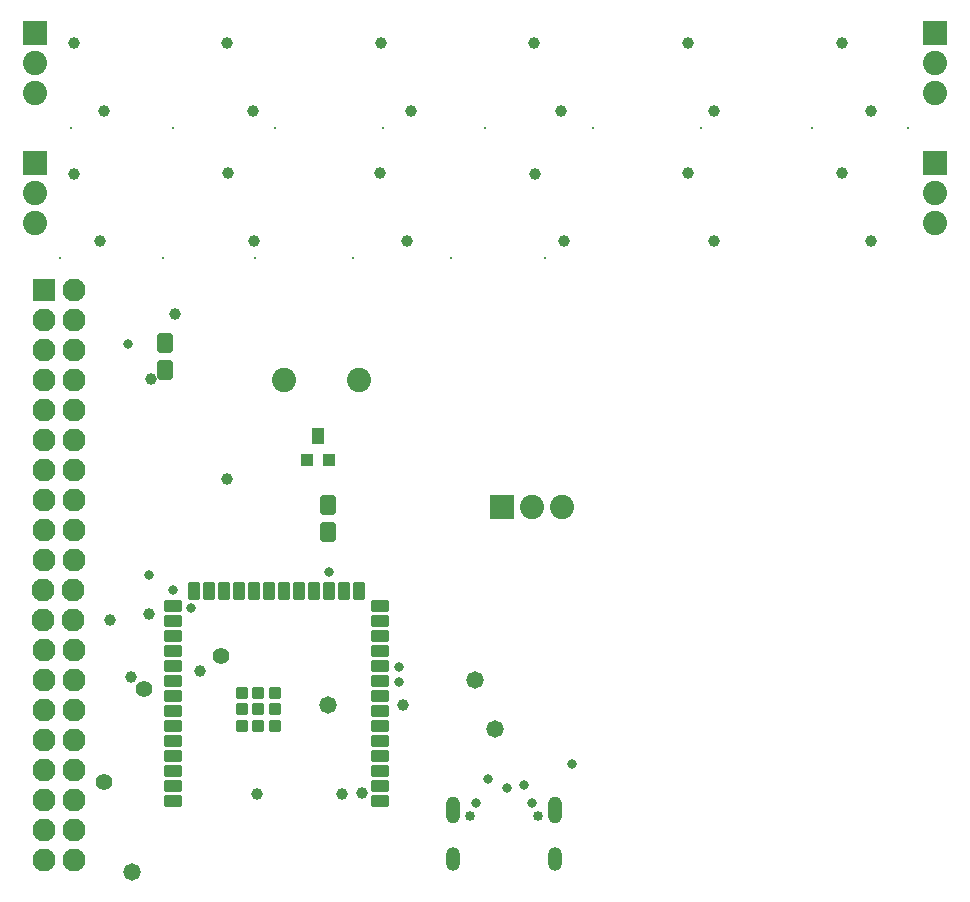
<source format=gbr>
%TF.GenerationSoftware,Altium Limited,Altium Designer,24.0.1 (36)*%
G04 Layer_Color=16711935*
%FSLAX45Y45*%
%MOMM*%
%TF.SameCoordinates,4F873DDA-DFB5-4AF5-B95A-0F2F78DC07CA*%
%TF.FilePolarity,Negative*%
%TF.FileFunction,Soldermask,Bot*%
%TF.Part,Single*%
G01*
G75*
%TA.AperFunction,SMDPad,CuDef*%
G04:AMPARAMS|DCode=55|XSize=1.624mm|YSize=1.37mm|CornerRadius=0.14525mm|HoleSize=0mm|Usage=FLASHONLY|Rotation=270.000|XOffset=0mm|YOffset=0mm|HoleType=Round|Shape=RoundedRectangle|*
%AMROUNDEDRECTD55*
21,1,1.62400,1.07950,0,0,270.0*
21,1,1.33350,1.37000,0,0,270.0*
1,1,0.29050,-0.53975,-0.66675*
1,1,0.29050,-0.53975,0.66675*
1,1,0.29050,0.53975,0.66675*
1,1,0.29050,0.53975,-0.66675*
%
%ADD55ROUNDEDRECTD55*%
%TA.AperFunction,ComponentPad*%
%ADD67R,2.05320X2.05320*%
%ADD68C,2.05320*%
%TA.AperFunction,WasherPad*%
%ADD69C,0.20320*%
%TA.AperFunction,ComponentPad*%
%ADD70R,2.05320X2.05320*%
%ADD71C,1.95321*%
%ADD72R,1.95321X1.95321*%
%ADD73C,0.85320*%
%ADD74O,1.20320X2.30320*%
%ADD75O,1.20320X2.00320*%
%TA.AperFunction,ViaPad*%
%ADD76C,1.00320*%
%ADD77C,1.47320*%
%ADD78C,0.80320*%
%ADD79C,1.40320*%
%ADD80C,1.05320*%
%TA.AperFunction,SMDPad,CuDef*%
%ADD81R,1.11760X1.11760*%
%ADD82R,1.11760X1.47320*%
G04:AMPARAMS|DCode=83|XSize=1mm|YSize=1mm|CornerRadius=0.1175mm|HoleSize=0mm|Usage=FLASHONLY|Rotation=0.000|XOffset=0mm|YOffset=0mm|HoleType=Round|Shape=RoundedRectangle|*
%AMROUNDEDRECTD83*
21,1,1.00000,0.76500,0,0,0.0*
21,1,0.76500,1.00000,0,0,0.0*
1,1,0.23500,0.38250,-0.38250*
1,1,0.23500,-0.38250,-0.38250*
1,1,0.23500,-0.38250,0.38250*
1,1,0.23500,0.38250,0.38250*
%
%ADD83ROUNDEDRECTD83*%
G04:AMPARAMS|DCode=84|XSize=1.6mm|YSize=1mm|CornerRadius=0.1175mm|HoleSize=0mm|Usage=FLASHONLY|Rotation=0.000|XOffset=0mm|YOffset=0mm|HoleType=Round|Shape=RoundedRectangle|*
%AMROUNDEDRECTD84*
21,1,1.60000,0.76500,0,0,0.0*
21,1,1.36500,1.00000,0,0,0.0*
1,1,0.23500,0.68250,-0.38250*
1,1,0.23500,-0.68250,-0.38250*
1,1,0.23500,-0.68250,0.38250*
1,1,0.23500,0.68250,0.38250*
%
%ADD84ROUNDEDRECTD84*%
G04:AMPARAMS|DCode=85|XSize=1mm|YSize=1.6mm|CornerRadius=0.1175mm|HoleSize=0mm|Usage=FLASHONLY|Rotation=0.000|XOffset=0mm|YOffset=0mm|HoleType=Round|Shape=RoundedRectangle|*
%AMROUNDEDRECTD85*
21,1,1.00000,1.36500,0,0,0.0*
21,1,0.76500,1.60000,0,0,0.0*
1,1,0.23500,0.38250,-0.68250*
1,1,0.23500,-0.38250,-0.68250*
1,1,0.23500,-0.38250,0.68250*
1,1,0.23500,0.38250,0.68250*
%
%ADD85ROUNDEDRECTD85*%
D55*
X1280000Y4630000D02*
D03*
Y4401400D02*
D03*
X2660000Y3031400D02*
D03*
Y3260000D02*
D03*
D67*
X4136000Y3240000D02*
D03*
D68*
X4390000D02*
D03*
X4644000D02*
D03*
X2282500Y4320000D02*
D03*
X2917500D02*
D03*
X180000Y6746000D02*
D03*
Y7000000D02*
D03*
X7800000Y6746000D02*
D03*
Y7000000D02*
D03*
X180000Y5646000D02*
D03*
Y5900000D02*
D03*
X7800000Y5646000D02*
D03*
Y5900000D02*
D03*
D69*
X4500000Y5350000D02*
D03*
X3700000D02*
D03*
X2870000D02*
D03*
X2040000D02*
D03*
X1260000D02*
D03*
X390000D02*
D03*
X7569200Y6451600D02*
D03*
X6756400D02*
D03*
X5816600D02*
D03*
X4902200D02*
D03*
X3987800D02*
D03*
X3124200D02*
D03*
X2209800D02*
D03*
X1346200D02*
D03*
X482600D02*
D03*
D70*
X7800000Y6154000D02*
D03*
X180000D02*
D03*
Y7254000D02*
D03*
X7800000D02*
D03*
D71*
X506000Y2794000D02*
D03*
X252000D02*
D03*
X506000Y3048000D02*
D03*
X252000D02*
D03*
X506000Y3302000D02*
D03*
X252000D02*
D03*
X506000Y3556000D02*
D03*
X252000D02*
D03*
X506000Y3810000D02*
D03*
X252000D02*
D03*
X506000Y4064000D02*
D03*
X252000D02*
D03*
X506000Y4318000D02*
D03*
X252000D02*
D03*
X506000Y4572000D02*
D03*
X252000D02*
D03*
X506000Y4826000D02*
D03*
X252000D02*
D03*
X506000Y5080000D02*
D03*
X242840Y2537415D02*
D03*
X496840D02*
D03*
X242840Y2283415D02*
D03*
X496840D02*
D03*
X252000Y2032000D02*
D03*
X506000D02*
D03*
X252000Y1778000D02*
D03*
X506000D02*
D03*
X252000Y1524000D02*
D03*
X506000D02*
D03*
X252000Y1270000D02*
D03*
X506000D02*
D03*
X252000Y1016000D02*
D03*
X506000D02*
D03*
X252000Y762000D02*
D03*
X506000D02*
D03*
X252000Y508000D02*
D03*
X506000D02*
D03*
X252000Y254000D02*
D03*
X506000D02*
D03*
D72*
X252000Y5080000D02*
D03*
D73*
X3861000Y628000D02*
D03*
X4439000D02*
D03*
D74*
X4582000Y678000D02*
D03*
X3718000D02*
D03*
D75*
X4582000Y260000D02*
D03*
X3718000D02*
D03*
D76*
X730150Y5500000D02*
D03*
X510000Y6060000D02*
D03*
X2030150Y5500000D02*
D03*
X1810000Y6070000D02*
D03*
X3330000Y5500000D02*
D03*
X3100000Y6070000D02*
D03*
X4660300Y5500000D02*
D03*
X4410000Y6060000D02*
D03*
X5930150Y5500000D02*
D03*
X5710000Y6070000D02*
D03*
X7260300Y5500000D02*
D03*
X7010000Y6070000D02*
D03*
X7260300Y6600000D02*
D03*
X7010000Y7170000D02*
D03*
X5930000Y6600000D02*
D03*
X5710000Y7170000D02*
D03*
X4630150Y6600000D02*
D03*
X4400000Y7170000D02*
D03*
X3360300Y6600000D02*
D03*
X3110000Y7170000D02*
D03*
X1805000Y7170000D02*
D03*
X2020000Y6600000D02*
D03*
X505000Y7170000D02*
D03*
X760300Y6600000D02*
D03*
X2950000Y820000D02*
D03*
X2780000Y810000D02*
D03*
X3290000Y1570000D02*
D03*
X2057400Y812800D02*
D03*
X990600Y1803400D02*
D03*
X1574800Y1854200D02*
D03*
X1160000Y4330000D02*
D03*
X1363200Y4873980D02*
D03*
X1345000Y885000D02*
D03*
Y2409000D02*
D03*
Y2282000D02*
D03*
X1143000Y2336800D02*
D03*
X812800Y2286000D02*
D03*
X1803400Y3479800D02*
D03*
X2156500Y2534000D02*
D03*
X2537500D02*
D03*
X1345000Y2028000D02*
D03*
Y1647000D02*
D03*
D77*
X1000000Y155000D02*
D03*
X3901000Y1777536D02*
D03*
X4070000Y1360000D02*
D03*
X2660000Y1570000D02*
D03*
D78*
X3260000Y1760000D02*
D03*
Y1890000D02*
D03*
X1143000Y2667000D02*
D03*
X1346200Y2540000D02*
D03*
X1498600Y2387600D02*
D03*
X965200Y4622800D02*
D03*
X2660000Y3031400D02*
D03*
X2667000Y2692400D02*
D03*
X1345000Y1012000D02*
D03*
X4013200Y939800D02*
D03*
X4724400Y1066800D02*
D03*
X4315000Y889000D02*
D03*
X4390000Y735500D02*
D03*
X3910000Y736600D02*
D03*
X4170700Y863600D02*
D03*
D79*
X1100000Y1700000D02*
D03*
X1752600Y1981200D02*
D03*
X762000Y914400D02*
D03*
D80*
X1345000Y1139000D02*
D03*
D81*
X2670000Y3640000D02*
D03*
X2479500D02*
D03*
D82*
X2573480Y3843200D02*
D03*
D83*
X2070000Y1530000D02*
D03*
X1930000D02*
D03*
X2210000D02*
D03*
X1930000Y1670000D02*
D03*
X2070000D02*
D03*
X2210000D02*
D03*
X1930000Y1390000D02*
D03*
X2070000D02*
D03*
X2210000D02*
D03*
D84*
X1345000Y758000D02*
D03*
Y885000D02*
D03*
Y1012000D02*
D03*
Y1139000D02*
D03*
Y1266000D02*
D03*
Y1393000D02*
D03*
Y1520000D02*
D03*
Y1647000D02*
D03*
Y1774000D02*
D03*
Y1901000D02*
D03*
Y2028000D02*
D03*
Y2155000D02*
D03*
Y2282000D02*
D03*
Y2409000D02*
D03*
X3095000D02*
D03*
Y2282000D02*
D03*
Y2155000D02*
D03*
Y2028000D02*
D03*
Y1901000D02*
D03*
Y1774000D02*
D03*
Y1647000D02*
D03*
Y1520000D02*
D03*
Y1393000D02*
D03*
Y1266000D02*
D03*
Y1139000D02*
D03*
Y1012000D02*
D03*
Y885000D02*
D03*
Y758000D02*
D03*
D85*
X1521500Y2534000D02*
D03*
X1648500D02*
D03*
X1775500D02*
D03*
X1902500D02*
D03*
X2029500D02*
D03*
X2156500D02*
D03*
X2283500D02*
D03*
X2410500D02*
D03*
X2537500D02*
D03*
X2664500D02*
D03*
X2791500D02*
D03*
X2918500D02*
D03*
%TF.MD5,a3d727cb431ca02c638fb4ada7805435*%
M02*

</source>
